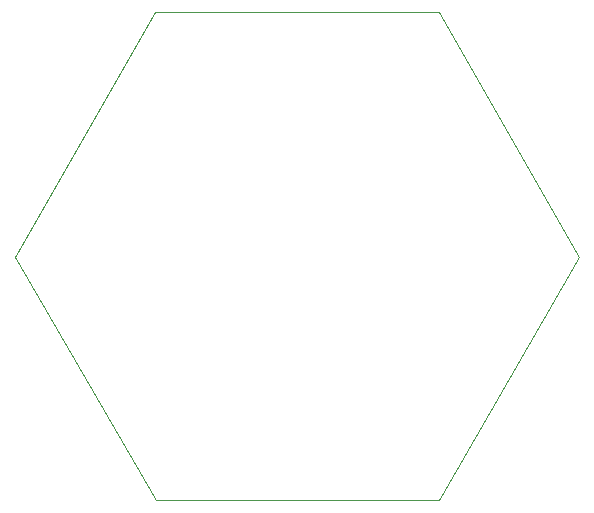
<source format=gbr>
G04 (created by PCBNEW (2013-05-16 BZR 4016)-stable) date 7/1/2013 01:26:53*
%MOIN*%
G04 Gerber Fmt 3.4, Leading zero omitted, Abs format*
%FSLAX34Y34*%
G01*
G70*
G90*
G04 APERTURE LIST*
%ADD10C,0.00590551*%
%ADD11C,0.00393701*%
G04 APERTURE END LIST*
G54D10*
G54D11*
X-9409Y0D02*
X-4724Y8149D01*
X-4685Y-8110D02*
X-9409Y0D01*
X4724Y-8110D02*
X-4685Y-8110D01*
X9409Y0D02*
X4724Y-8110D01*
X4724Y8149D02*
X9409Y0D01*
X-4724Y8149D02*
X4724Y8149D01*
M02*

</source>
